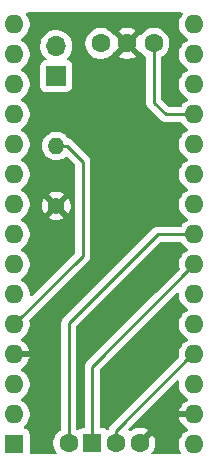
<source format=gbr>
%TF.GenerationSoftware,KiCad,Pcbnew,(5.99.0-3084-g09ad52a03)*%
%TF.CreationDate,2020-11-20T19:05:28+02:00*%
%TF.ProjectId,Arduino Nano rev 1,41726475-696e-46f2-904e-616e6f207265,rev?*%
%TF.SameCoordinates,Original*%
%TF.FileFunction,Copper,L1,Top*%
%TF.FilePolarity,Positive*%
%FSLAX46Y46*%
G04 Gerber Fmt 4.6, Leading zero omitted, Abs format (unit mm)*
G04 Created by KiCad (PCBNEW (5.99.0-3084-g09ad52a03)) date 2020-11-20 19:05:28*
%MOMM*%
%LPD*%
G01*
G04 APERTURE LIST*
%TA.AperFunction,ComponentPad*%
%ADD10C,1.600000*%
%TD*%
%TA.AperFunction,ComponentPad*%
%ADD11R,1.600000X1.600000*%
%TD*%
%TA.AperFunction,ComponentPad*%
%ADD12R,1.700000X1.700000*%
%TD*%
%TA.AperFunction,ComponentPad*%
%ADD13O,1.700000X1.700000*%
%TD*%
%TA.AperFunction,ComponentPad*%
%ADD14C,1.400000*%
%TD*%
%TA.AperFunction,ComponentPad*%
%ADD15O,1.400000X1.400000*%
%TD*%
%TA.AperFunction,ComponentPad*%
%ADD16O,1.600000X1.600000*%
%TD*%
%TA.AperFunction,ViaPad*%
%ADD17C,0.800000*%
%TD*%
%TA.AperFunction,Conductor*%
%ADD18C,0.250000*%
%TD*%
G04 APERTURE END LIST*
D10*
%TO.P,J1,1,Pin_1*%
%TO.N,/SDA*%
X133300000Y-108600000D03*
D11*
%TO.P,J1,2,Pin_2*%
%TO.N,/SCL*%
X135300000Y-108600000D03*
D10*
%TO.P,J1,3,Pin_3*%
%TO.N,+5V*%
X137300000Y-108600000D03*
%TO.P,J1,4,Pin_4*%
%TO.N,GND*%
X139300000Y-108600000D03*
%TD*%
D12*
%TO.P,SW,1,1*%
%TO.N,/SWITCH*%
X132250000Y-77500000D03*
D13*
%TO.P,SW,2,2*%
%TO.N,+5V*%
X132250000Y-74960000D03*
%TD*%
D10*
%TO.P,BAT_MON,1*%
%TO.N,/BAT_MON*%
X140500000Y-74750000D03*
%TD*%
%TO.P,GND,1*%
%TO.N,GND*%
X138250000Y-74750000D03*
%TD*%
%TO.P,VIN,1*%
%TO.N,VBUS*%
X136000000Y-74750000D03*
%TD*%
D14*
%TO.P,R,1*%
%TO.N,GND*%
X132250000Y-88500000D03*
D15*
%TO.P,R,2*%
%TO.N,/SWITCH*%
X132250000Y-83420000D03*
%TD*%
D11*
%TO.P,A1,1,D1/TX*%
%TO.N,Net-(A1-Pad1)*%
X128700000Y-108700000D03*
D16*
%TO.P,A1,2,D0/RX*%
%TO.N,Net-(A1-Pad2)*%
X128700000Y-106160000D03*
%TO.P,A1,3,~RESET*%
%TO.N,Net-(A1-Pad3)*%
X128700000Y-103620000D03*
%TO.P,A1,4,GND*%
%TO.N,GND*%
X128700000Y-101080000D03*
%TO.P,A1,5,D2*%
%TO.N,/SWITCH*%
X128700000Y-98540000D03*
%TO.P,A1,6,D3*%
%TO.N,Net-(A1-Pad6)*%
X128700000Y-96000000D03*
%TO.P,A1,7,D4*%
%TO.N,Net-(A1-Pad7)*%
X128700000Y-93460000D03*
%TO.P,A1,8,D5*%
%TO.N,Net-(A1-Pad8)*%
X128700000Y-90920000D03*
%TO.P,A1,9,D6*%
%TO.N,Net-(A1-Pad9)*%
X128700000Y-88380000D03*
%TO.P,A1,10,D7*%
%TO.N,Net-(A1-Pad10)*%
X128700000Y-85840000D03*
%TO.P,A1,11,D8*%
%TO.N,Net-(A1-Pad11)*%
X128700000Y-83300000D03*
%TO.P,A1,12,D9*%
%TO.N,Net-(A1-Pad12)*%
X128700000Y-80760000D03*
%TO.P,A1,13,D10*%
%TO.N,Net-(A1-Pad13)*%
X128700000Y-78220000D03*
%TO.P,A1,14,D11*%
%TO.N,Net-(A1-Pad14)*%
X128700000Y-75680000D03*
%TO.P,A1,15,D12*%
%TO.N,Net-(A1-Pad15)*%
X128700000Y-73140000D03*
%TO.P,A1,16,D13*%
%TO.N,Net-(A1-Pad16)*%
X143940000Y-73140000D03*
%TO.P,A1,17,3V3*%
%TO.N,Net-(A1-Pad17)*%
X143940000Y-75680000D03*
%TO.P,A1,18,AREF*%
%TO.N,Net-(A1-Pad18)*%
X143940000Y-78220000D03*
%TO.P,A1,19,A0*%
%TO.N,/BAT_MON*%
X143940000Y-80760000D03*
%TO.P,A1,20,A1*%
%TO.N,Net-(A1-Pad20)*%
X143940000Y-83300000D03*
%TO.P,A1,21,A2*%
%TO.N,Net-(A1-Pad21)*%
X143940000Y-85840000D03*
%TO.P,A1,22,A3*%
%TO.N,Net-(A1-Pad22)*%
X143940000Y-88380000D03*
%TO.P,A1,23,A4*%
%TO.N,/SDA*%
X143940000Y-90920000D03*
%TO.P,A1,24,A5*%
%TO.N,/SCL*%
X143940000Y-93460000D03*
%TO.P,A1,25,A6*%
%TO.N,Net-(A1-Pad25)*%
X143940000Y-96000000D03*
%TO.P,A1,26,A7*%
%TO.N,Net-(A1-Pad26)*%
X143940000Y-98540000D03*
%TO.P,A1,27,+5V*%
%TO.N,+5V*%
X143940000Y-101080000D03*
%TO.P,A1,28,~RESET*%
%TO.N,Net-(A1-Pad28)*%
X143940000Y-103620000D03*
%TO.P,A1,29,GND*%
%TO.N,GND*%
X143940000Y-106160000D03*
%TO.P,A1,30,VIN*%
%TO.N,VBUS*%
X143940000Y-108700000D03*
%TD*%
D17*
%TO.N,GND*%
X140500000Y-100250000D03*
X138500000Y-95750000D03*
%TD*%
D18*
%TO.N,VBUS*%
X143890000Y-108750000D02*
X143940000Y-108700000D01*
%TO.N,+5V*%
X137300000Y-107520000D02*
X143940000Y-100880000D01*
X137300000Y-108600000D02*
X137300000Y-107520000D01*
%TO.N,/SCL*%
X135300000Y-108600000D02*
X135300000Y-102100000D01*
X135300000Y-102100000D02*
X143940000Y-93460000D01*
%TO.N,/SDA*%
X140830000Y-90920000D02*
X133300000Y-98450000D01*
X133300000Y-98450000D02*
X133300000Y-108600000D01*
X143940000Y-90920000D02*
X140830000Y-90920000D01*
%TO.N,/SWITCH*%
X133170000Y-83420000D02*
X132250000Y-83420000D01*
X134500000Y-84750000D02*
X133170000Y-83420000D01*
X128700000Y-98540000D02*
X134500000Y-92740000D01*
X134500000Y-92740000D02*
X134500000Y-84750000D01*
%TO.N,/BAT_MON*%
X143930000Y-80750000D02*
X143940000Y-80760000D01*
X140500000Y-79750000D02*
X141500000Y-80750000D01*
X141500000Y-80750000D02*
X143930000Y-80750000D01*
X140500000Y-74750000D02*
X140500000Y-79750000D01*
%TO.N,GND*%
X143850000Y-106250000D02*
X143940000Y-106160000D01*
%TD*%
%TA.AperFunction,Conductor*%
%TO.N,GND*%
G36*
X142895553Y-72129002D02*
G01*
X142942046Y-72182658D01*
X142952150Y-72252932D01*
X142923953Y-72315991D01*
X142864459Y-72386893D01*
X142750022Y-72585104D01*
X142671743Y-72800170D01*
X142632000Y-73025566D01*
X142632000Y-73254434D01*
X142671743Y-73479830D01*
X142750022Y-73694896D01*
X142864456Y-73893103D01*
X143011572Y-74068428D01*
X143186897Y-74215544D01*
X143334706Y-74300881D01*
X143383699Y-74352263D01*
X143397135Y-74421977D01*
X143370749Y-74487888D01*
X143334706Y-74519119D01*
X143186897Y-74604456D01*
X143011572Y-74751572D01*
X142864456Y-74926897D01*
X142750022Y-75125104D01*
X142671743Y-75340170D01*
X142632000Y-75565566D01*
X142632000Y-75794434D01*
X142671743Y-76019830D01*
X142750022Y-76234896D01*
X142864456Y-76433103D01*
X143011572Y-76608428D01*
X143186897Y-76755544D01*
X143334706Y-76840881D01*
X143383699Y-76892263D01*
X143397135Y-76961977D01*
X143370749Y-77027888D01*
X143334706Y-77059119D01*
X143186897Y-77144456D01*
X143011572Y-77291572D01*
X142864456Y-77466897D01*
X142750022Y-77665104D01*
X142671743Y-77880170D01*
X142671743Y-77880172D01*
X142632000Y-78105565D01*
X142632000Y-78334435D01*
X142634745Y-78350000D01*
X142671743Y-78559830D01*
X142750022Y-78774896D01*
X142864456Y-78973103D01*
X143011572Y-79148428D01*
X143186897Y-79295544D01*
X143334706Y-79380881D01*
X143383699Y-79432263D01*
X143397135Y-79501977D01*
X143370749Y-79567888D01*
X143334706Y-79599119D01*
X143186897Y-79684456D01*
X143011572Y-79831572D01*
X142864456Y-80006897D01*
X142801466Y-80116000D01*
X141762612Y-80116000D01*
X141134000Y-79487390D01*
X141134000Y-75894307D01*
X141253105Y-75825543D01*
X141428428Y-75678429D01*
X141575544Y-75503103D01*
X141689978Y-75304896D01*
X141768257Y-75089830D01*
X141808000Y-74864434D01*
X141808000Y-74635566D01*
X141801260Y-74597338D01*
X141782337Y-74490022D01*
X141768257Y-74410170D01*
X141689978Y-74195104D01*
X141575544Y-73996897D01*
X141428428Y-73821572D01*
X141253103Y-73674456D01*
X141054896Y-73560022D01*
X140839830Y-73481743D01*
X140689566Y-73455248D01*
X140614435Y-73442000D01*
X140385565Y-73442000D01*
X140310434Y-73455248D01*
X140160170Y-73481743D01*
X139945104Y-73560022D01*
X139746897Y-73674456D01*
X139722538Y-73694896D01*
X139571572Y-73821572D01*
X139424457Y-73996896D01*
X139424456Y-73996898D01*
X139365863Y-74066726D01*
X139339004Y-74020207D01*
X138609210Y-74750000D01*
X139339004Y-75479793D01*
X139365863Y-75433274D01*
X139424456Y-75503102D01*
X139424457Y-75503104D01*
X139476869Y-75565566D01*
X139571572Y-75678428D01*
X139746897Y-75825544D01*
X139865998Y-75894307D01*
X139866000Y-75894308D01*
X139866001Y-79649585D01*
X139866001Y-79850415D01*
X139881614Y-79898467D01*
X139889516Y-79948360D01*
X139912449Y-79993367D01*
X139928061Y-80041417D01*
X139928062Y-80041419D01*
X139957758Y-80082292D01*
X139980691Y-80127301D01*
X140016417Y-80163027D01*
X140727823Y-80874434D01*
X141089882Y-81236494D01*
X141089889Y-81236500D01*
X141122699Y-81269310D01*
X141144777Y-81280559D01*
X141167713Y-81292246D01*
X141197406Y-81313818D01*
X141208583Y-81321939D01*
X141256626Y-81337549D01*
X141301641Y-81360485D01*
X141351533Y-81368388D01*
X141399583Y-81384000D01*
X142789919Y-81384000D01*
X142864456Y-81513103D01*
X143011572Y-81688428D01*
X143186897Y-81835544D01*
X143334706Y-81920881D01*
X143383699Y-81972263D01*
X143397135Y-82041977D01*
X143370749Y-82107888D01*
X143334706Y-82139119D01*
X143186897Y-82224456D01*
X143011572Y-82371572D01*
X142864456Y-82546897D01*
X142750022Y-82745104D01*
X142671743Y-82960170D01*
X142632000Y-83185566D01*
X142632000Y-83414434D01*
X142671743Y-83639830D01*
X142750022Y-83854896D01*
X142864456Y-84053103D01*
X143011572Y-84228428D01*
X143186897Y-84375544D01*
X143334706Y-84460881D01*
X143383699Y-84512263D01*
X143397135Y-84581977D01*
X143370749Y-84647888D01*
X143334706Y-84679119D01*
X143186897Y-84764456D01*
X143011572Y-84911572D01*
X142864456Y-85086897D01*
X142750022Y-85285104D01*
X142671743Y-85500170D01*
X142632000Y-85725566D01*
X142632000Y-85954434D01*
X142671743Y-86179830D01*
X142750022Y-86394896D01*
X142864456Y-86593103D01*
X143011572Y-86768428D01*
X143186897Y-86915544D01*
X143334706Y-87000881D01*
X143383699Y-87052263D01*
X143397135Y-87121977D01*
X143370749Y-87187888D01*
X143334706Y-87219119D01*
X143186897Y-87304456D01*
X143011572Y-87451572D01*
X142864456Y-87626897D01*
X142750022Y-87825104D01*
X142671743Y-88040170D01*
X142632000Y-88265566D01*
X142632000Y-88494434D01*
X142671743Y-88719830D01*
X142750022Y-88934896D01*
X142864456Y-89133103D01*
X143011572Y-89308428D01*
X143186897Y-89455544D01*
X143334706Y-89540881D01*
X143383699Y-89592263D01*
X143397135Y-89661977D01*
X143370749Y-89727888D01*
X143334706Y-89759119D01*
X143186897Y-89844456D01*
X143011571Y-89991572D01*
X142864457Y-90166895D01*
X142795693Y-90286000D01*
X140780109Y-90286000D01*
X140780103Y-90286001D01*
X140729584Y-90286001D01*
X140681540Y-90301611D01*
X140631641Y-90309515D01*
X140586622Y-90332453D01*
X140538582Y-90348062D01*
X140497719Y-90377751D01*
X140467705Y-90393044D01*
X140452699Y-90400690D01*
X140416972Y-90436417D01*
X132922701Y-97930689D01*
X132922699Y-97930690D01*
X132780690Y-98072700D01*
X132757754Y-98117715D01*
X132728061Y-98158583D01*
X132712450Y-98206630D01*
X132689515Y-98251641D01*
X132689515Y-98251642D01*
X132681612Y-98301538D01*
X132666001Y-98349585D01*
X132666001Y-98400104D01*
X132666000Y-98400110D01*
X132666001Y-107455692D01*
X132546897Y-107524456D01*
X132371572Y-107671572D01*
X132224456Y-107846897D01*
X132110022Y-108045104D01*
X132031743Y-108260170D01*
X131992000Y-108485566D01*
X131992000Y-108714434D01*
X132031743Y-108939830D01*
X132110022Y-109154896D01*
X132332939Y-109541000D01*
X130015837Y-109541000D01*
X130015837Y-107900001D01*
X129946728Y-107642081D01*
X129831574Y-107504845D01*
X129676428Y-107415272D01*
X129635214Y-107408005D01*
X129580988Y-107398443D01*
X129517376Y-107366917D01*
X129480907Y-107306003D01*
X129483159Y-107235042D01*
X129521876Y-107177837D01*
X129628427Y-107088429D01*
X129775544Y-106913103D01*
X129889978Y-106714896D01*
X129968257Y-106499830D01*
X130008000Y-106274434D01*
X130008000Y-106045566D01*
X129968257Y-105820170D01*
X129889978Y-105605104D01*
X129775544Y-105406897D01*
X129628428Y-105231572D01*
X129453103Y-105084456D01*
X129305294Y-104999119D01*
X129256301Y-104947737D01*
X129242865Y-104878023D01*
X129269251Y-104812112D01*
X129305294Y-104780881D01*
X129453103Y-104695544D01*
X129628428Y-104548428D01*
X129775544Y-104373103D01*
X129889978Y-104174896D01*
X129968257Y-103959830D01*
X130008000Y-103734434D01*
X130008000Y-103505566D01*
X129968257Y-103280170D01*
X129889978Y-103065104D01*
X129775544Y-102866897D01*
X129628428Y-102691572D01*
X129453103Y-102544456D01*
X129305294Y-102459119D01*
X129256301Y-102407737D01*
X129242865Y-102338023D01*
X129269251Y-102272112D01*
X129305294Y-102240881D01*
X129453103Y-102155544D01*
X129628428Y-102008428D01*
X129775544Y-101833103D01*
X129889978Y-101634896D01*
X129968256Y-101419830D01*
X129983390Y-101334000D01*
X128446000Y-101334000D01*
X128446000Y-100826000D01*
X129983390Y-100826000D01*
X129968256Y-100740170D01*
X129889978Y-100525104D01*
X129775544Y-100326897D01*
X129628428Y-100151572D01*
X129453103Y-100004456D01*
X129305294Y-99919119D01*
X129256301Y-99867737D01*
X129242865Y-99798023D01*
X129269251Y-99732112D01*
X129305294Y-99700881D01*
X129453103Y-99615544D01*
X129628428Y-99468428D01*
X129775544Y-99293103D01*
X129889978Y-99094896D01*
X129968257Y-98879830D01*
X130008000Y-98654434D01*
X130008000Y-98425565D01*
X129968257Y-98200172D01*
X129968256Y-98200170D01*
X129963487Y-98173123D01*
X133065039Y-95071572D01*
X134980093Y-93156520D01*
X134980094Y-93156518D01*
X134983584Y-93153028D01*
X134983587Y-93153023D01*
X135019310Y-93117301D01*
X135042246Y-93072286D01*
X135071939Y-93031418D01*
X135075842Y-93019406D01*
X135087550Y-92983372D01*
X135110485Y-92938359D01*
X135115752Y-92905104D01*
X135118389Y-92888459D01*
X135133999Y-92840415D01*
X135133999Y-92789897D01*
X135134000Y-92789891D01*
X135134000Y-84700109D01*
X135133999Y-84700103D01*
X135133999Y-84649585D01*
X135133448Y-84647888D01*
X135118388Y-84601537D01*
X135110485Y-84551641D01*
X135110485Y-84551640D01*
X135087550Y-84506629D01*
X135071939Y-84458582D01*
X135042246Y-84417714D01*
X135019310Y-84372699D01*
X134877301Y-84230690D01*
X133689311Y-83042701D01*
X133689309Y-83042697D01*
X133547302Y-82900690D01*
X133502282Y-82877750D01*
X133461419Y-82848061D01*
X133413377Y-82832452D01*
X133368360Y-82809515D01*
X133318456Y-82801610D01*
X133280531Y-82789288D01*
X133234961Y-82712233D01*
X133094060Y-82548998D01*
X133091466Y-82546897D01*
X133067277Y-82527310D01*
X132926479Y-82413293D01*
X132737515Y-82309409D01*
X132533142Y-82240630D01*
X132533139Y-82240629D01*
X132319821Y-82209129D01*
X132319818Y-82209129D01*
X132104288Y-82215902D01*
X131893364Y-82260736D01*
X131693712Y-82342212D01*
X131693709Y-82342214D01*
X131511643Y-82457756D01*
X131352918Y-82603711D01*
X131352915Y-82603715D01*
X131222541Y-82775476D01*
X131124644Y-82967610D01*
X131124643Y-82967613D01*
X131101973Y-83042701D01*
X131062318Y-83174043D01*
X131037534Y-83388250D01*
X131051074Y-83603462D01*
X131060007Y-83639830D01*
X131102509Y-83812873D01*
X131190217Y-84009868D01*
X131272589Y-84131074D01*
X131311423Y-84188216D01*
X131462296Y-84342283D01*
X131638068Y-84467197D01*
X131833181Y-84559011D01*
X132041470Y-84614821D01*
X132148911Y-84623843D01*
X132256349Y-84632865D01*
X132256351Y-84632865D01*
X132342223Y-84624748D01*
X132471033Y-84612572D01*
X132629748Y-84568257D01*
X132678723Y-84554583D01*
X132777929Y-84506625D01*
X132872864Y-84460732D01*
X133010710Y-84360581D01*
X133047319Y-84333983D01*
X133047320Y-84333982D01*
X133128437Y-84275047D01*
X133866001Y-85012612D01*
X133866000Y-92477388D01*
X130898286Y-95445104D01*
X130223095Y-96120295D01*
X130160783Y-96154320D01*
X130089968Y-96149256D01*
X130033132Y-96106709D01*
X130008000Y-96031200D01*
X130008000Y-95885566D01*
X129968257Y-95660170D01*
X129889978Y-95445104D01*
X129775544Y-95246897D01*
X129628428Y-95071572D01*
X129453103Y-94924456D01*
X129305294Y-94839119D01*
X129256301Y-94787737D01*
X129242865Y-94718023D01*
X129269251Y-94652112D01*
X129305294Y-94620881D01*
X129453103Y-94535544D01*
X129628428Y-94388428D01*
X129775544Y-94213103D01*
X129889978Y-94014896D01*
X129968257Y-93799830D01*
X130008000Y-93574434D01*
X130008000Y-93345566D01*
X129968257Y-93120170D01*
X129889978Y-92905104D01*
X129775544Y-92706897D01*
X129628428Y-92531572D01*
X129453103Y-92384456D01*
X129305294Y-92299119D01*
X129256301Y-92247737D01*
X129242865Y-92178023D01*
X129269251Y-92112112D01*
X129305294Y-92080881D01*
X129453103Y-91995544D01*
X129628428Y-91848428D01*
X129775544Y-91673103D01*
X129889978Y-91474896D01*
X129968257Y-91259830D01*
X130008000Y-91034434D01*
X130008000Y-90805566D01*
X129968257Y-90580170D01*
X129889978Y-90365104D01*
X129775544Y-90166897D01*
X129628428Y-89991572D01*
X129453103Y-89844456D01*
X129305294Y-89759119D01*
X129256301Y-89707737D01*
X129242865Y-89638023D01*
X129269251Y-89572112D01*
X129305294Y-89540881D01*
X129349080Y-89515601D01*
X131593608Y-89515601D01*
X131638066Y-89547197D01*
X131833178Y-89639010D01*
X132041472Y-89694821D01*
X132256349Y-89712865D01*
X132471033Y-89692572D01*
X132678722Y-89634583D01*
X132872865Y-89540732D01*
X132906838Y-89516049D01*
X132249999Y-88859210D01*
X131593608Y-89515601D01*
X129349080Y-89515601D01*
X129453103Y-89455544D01*
X129628428Y-89308428D01*
X129775544Y-89133103D01*
X129889978Y-88934896D01*
X129968257Y-88719830D01*
X130008000Y-88494434D01*
X130008000Y-88468251D01*
X131037534Y-88468251D01*
X131051074Y-88683460D01*
X131102509Y-88892873D01*
X131190217Y-89089868D01*
X131235011Y-89155780D01*
X131890791Y-88500000D01*
X132609209Y-88500000D01*
X133264824Y-89155615D01*
X133315900Y-89078739D01*
X133401541Y-88880836D01*
X133450782Y-88670898D01*
X133458080Y-88392183D01*
X133419893Y-88179953D01*
X133344729Y-87977841D01*
X133265440Y-87843769D01*
X132609209Y-88500000D01*
X131890791Y-88500000D01*
X131232779Y-87841988D01*
X131222542Y-87855475D01*
X131124643Y-88047613D01*
X131062318Y-88254042D01*
X131037534Y-88468251D01*
X130008000Y-88468251D01*
X130008000Y-88265566D01*
X129968257Y-88040170D01*
X129889978Y-87825104D01*
X129775544Y-87626897D01*
X129656662Y-87485219D01*
X131594428Y-87485219D01*
X132250000Y-88140791D01*
X132907779Y-87483012D01*
X132737519Y-87389411D01*
X132533139Y-87320629D01*
X132319821Y-87289129D01*
X132104289Y-87295902D01*
X131893364Y-87340736D01*
X131693709Y-87422214D01*
X131594428Y-87485219D01*
X129656662Y-87485219D01*
X129628428Y-87451572D01*
X129453103Y-87304456D01*
X129305294Y-87219119D01*
X129256301Y-87167737D01*
X129242865Y-87098023D01*
X129269251Y-87032112D01*
X129305294Y-87000881D01*
X129453103Y-86915544D01*
X129628428Y-86768428D01*
X129775544Y-86593103D01*
X129889978Y-86394896D01*
X129968257Y-86179830D01*
X130008000Y-85954434D01*
X130008000Y-85725566D01*
X129968257Y-85500170D01*
X129889978Y-85285104D01*
X129775544Y-85086897D01*
X129628428Y-84911572D01*
X129453103Y-84764456D01*
X129305294Y-84679119D01*
X129256301Y-84627737D01*
X129242865Y-84558023D01*
X129269251Y-84492112D01*
X129305294Y-84460881D01*
X129453103Y-84375544D01*
X129628428Y-84228428D01*
X129775544Y-84053103D01*
X129889978Y-83854896D01*
X129968257Y-83639830D01*
X130008000Y-83414434D01*
X130008000Y-83185566D01*
X129968257Y-82960170D01*
X129889978Y-82745104D01*
X129775544Y-82546897D01*
X129628428Y-82371572D01*
X129453103Y-82224456D01*
X129305294Y-82139119D01*
X129256301Y-82087737D01*
X129242865Y-82018023D01*
X129269251Y-81952112D01*
X129305294Y-81920881D01*
X129453103Y-81835544D01*
X129628428Y-81688428D01*
X129775544Y-81513103D01*
X129889978Y-81314896D01*
X129968257Y-81099830D01*
X130008000Y-80874434D01*
X130008000Y-80645566D01*
X129968257Y-80420170D01*
X129889978Y-80205104D01*
X129775544Y-80006897D01*
X129628428Y-79831572D01*
X129453103Y-79684456D01*
X129305294Y-79599119D01*
X129256301Y-79547737D01*
X129242865Y-79478023D01*
X129269251Y-79412112D01*
X129305294Y-79380881D01*
X129453103Y-79295544D01*
X129628428Y-79148428D01*
X129775544Y-78973103D01*
X129889978Y-78774896D01*
X129968257Y-78559830D01*
X130005255Y-78350000D01*
X130008000Y-78334435D01*
X130008000Y-78105565D01*
X129968257Y-77880172D01*
X129968257Y-77880170D01*
X129889978Y-77665104D01*
X129775544Y-77466897D01*
X129628428Y-77291572D01*
X129453103Y-77144456D01*
X129305294Y-77059119D01*
X129256301Y-77007737D01*
X129242865Y-76938023D01*
X129269251Y-76872112D01*
X129305294Y-76840881D01*
X129453103Y-76755544D01*
X129578883Y-76650001D01*
X130884163Y-76650001D01*
X130884163Y-78349999D01*
X130953272Y-78607919D01*
X131068426Y-78745155D01*
X131223572Y-78834728D01*
X131311787Y-78850283D01*
X131400000Y-78865837D01*
X133100000Y-78865837D01*
X133357919Y-78796728D01*
X133495155Y-78681574D01*
X133584728Y-78526428D01*
X133615837Y-78349999D01*
X133615837Y-76650001D01*
X133546728Y-76392081D01*
X133431574Y-76254845D01*
X133276428Y-76165272D01*
X133252444Y-76161043D01*
X133188831Y-76129515D01*
X133152362Y-76068601D01*
X133154615Y-75997640D01*
X133192661Y-75941003D01*
X133217918Y-75919508D01*
X133365747Y-75742706D01*
X133481673Y-75543525D01*
X133496786Y-75503104D01*
X133562383Y-75327660D01*
X133605567Y-75101280D01*
X133608030Y-74844773D01*
X133572270Y-74635566D01*
X134692000Y-74635566D01*
X134692000Y-74864434D01*
X134731743Y-75089830D01*
X134810022Y-75304896D01*
X134924456Y-75503103D01*
X135071572Y-75678428D01*
X135246897Y-75825544D01*
X135445104Y-75939978D01*
X135660170Y-76018257D01*
X135810434Y-76044752D01*
X135885565Y-76058000D01*
X136114435Y-76058000D01*
X136189566Y-76044752D01*
X136339830Y-76018257D01*
X136554896Y-75939978D01*
X136729792Y-75839002D01*
X137520209Y-75839002D01*
X137695103Y-75939978D01*
X137910170Y-76018257D01*
X138135566Y-76058000D01*
X138364434Y-76058000D01*
X138589830Y-76018257D01*
X138804897Y-75939978D01*
X138979791Y-75839002D01*
X138250000Y-75109210D01*
X137520209Y-75839002D01*
X136729792Y-75839002D01*
X136753103Y-75825544D01*
X136928428Y-75678428D01*
X137023131Y-75565566D01*
X137075543Y-75503104D01*
X137075544Y-75503102D01*
X137134137Y-75433274D01*
X137160996Y-75479793D01*
X137890790Y-74750000D01*
X137160996Y-74020207D01*
X137134137Y-74066726D01*
X137075544Y-73996898D01*
X137075543Y-73996896D01*
X136928428Y-73821572D01*
X136777462Y-73694896D01*
X136753103Y-73674456D01*
X136729793Y-73660998D01*
X137520209Y-73660998D01*
X138250000Y-74390790D01*
X138979791Y-73660998D01*
X138804897Y-73560022D01*
X138589830Y-73481743D01*
X138364434Y-73442000D01*
X138135566Y-73442000D01*
X137910170Y-73481743D01*
X137695103Y-73560022D01*
X137520209Y-73660998D01*
X136729793Y-73660998D01*
X136554896Y-73560022D01*
X136339830Y-73481743D01*
X136189566Y-73455248D01*
X136114435Y-73442000D01*
X135885565Y-73442000D01*
X135810434Y-73455248D01*
X135660170Y-73481743D01*
X135445104Y-73560022D01*
X135246897Y-73674456D01*
X135071572Y-73821572D01*
X134924456Y-73996897D01*
X134810022Y-74195104D01*
X134731743Y-74410170D01*
X134717663Y-74490022D01*
X134698741Y-74597338D01*
X134692000Y-74635566D01*
X133572270Y-74635566D01*
X133569198Y-74617600D01*
X133492649Y-74400226D01*
X133380569Y-74198860D01*
X133377550Y-74195104D01*
X133275700Y-74068428D01*
X133236158Y-74019247D01*
X133063558Y-73866544D01*
X132991025Y-73821572D01*
X132867688Y-73745100D01*
X132654159Y-73658395D01*
X132429074Y-73608907D01*
X132352339Y-73605288D01*
X132198871Y-73598050D01*
X132198869Y-73598050D01*
X131970126Y-73626137D01*
X131749386Y-73692362D01*
X131542959Y-73794833D01*
X131356749Y-73930620D01*
X131196080Y-74095839D01*
X131065545Y-74285768D01*
X130968878Y-74494975D01*
X130908842Y-74717479D01*
X130887154Y-74946917D01*
X130887154Y-74946920D01*
X130904432Y-75176728D01*
X130960186Y-75400345D01*
X131052820Y-75611369D01*
X131173529Y-75794434D01*
X131179684Y-75803769D01*
X131337152Y-75972043D01*
X131337154Y-75972045D01*
X131471048Y-76115126D01*
X131400001Y-76134163D01*
X131400000Y-76134163D01*
X131304037Y-76159876D01*
X131142081Y-76203272D01*
X131004845Y-76318426D01*
X130915272Y-76473572D01*
X130884163Y-76650001D01*
X129578883Y-76650001D01*
X129628428Y-76608428D01*
X129775544Y-76433103D01*
X129889978Y-76234896D01*
X129968257Y-76019830D01*
X130008000Y-75794434D01*
X130008000Y-75565566D01*
X129968257Y-75340170D01*
X129889978Y-75125104D01*
X129775544Y-74926897D01*
X129628428Y-74751572D01*
X129453103Y-74604456D01*
X129305294Y-74519119D01*
X129256301Y-74467737D01*
X129242865Y-74398023D01*
X129269251Y-74332112D01*
X129305294Y-74300881D01*
X129453103Y-74215544D01*
X129628428Y-74068428D01*
X129775544Y-73893103D01*
X129889978Y-73694896D01*
X129968257Y-73479830D01*
X130008000Y-73254434D01*
X130008000Y-73025566D01*
X129968257Y-72800170D01*
X129889978Y-72585104D01*
X129775541Y-72386893D01*
X129716047Y-72315991D01*
X129687582Y-72250951D01*
X129698799Y-72180846D01*
X129746137Y-72127935D01*
X129812568Y-72109000D01*
X142827432Y-72109000D01*
X142895553Y-72129002D01*
G37*
%TD.AperFunction*%
%TA.AperFunction,Conductor*%
G36*
X142572668Y-103248108D02*
G01*
X142629504Y-103290655D01*
X142652722Y-103388043D01*
X142632000Y-103505565D01*
X142632000Y-103734434D01*
X142671743Y-103959830D01*
X142750022Y-104174896D01*
X142864456Y-104373103D01*
X143011572Y-104548428D01*
X143186897Y-104695544D01*
X143334706Y-104780881D01*
X143383699Y-104832263D01*
X143397135Y-104901977D01*
X143370749Y-104967888D01*
X143334706Y-104999119D01*
X143186897Y-105084456D01*
X143011572Y-105231572D01*
X142864456Y-105406897D01*
X142750022Y-105605104D01*
X142671744Y-105820170D01*
X142656610Y-105906000D01*
X144194000Y-105906000D01*
X144194000Y-106414000D01*
X142656610Y-106414000D01*
X142671744Y-106499830D01*
X142750022Y-106714896D01*
X142864456Y-106913103D01*
X143011572Y-107088428D01*
X143186897Y-107235544D01*
X143334706Y-107320881D01*
X143383699Y-107372263D01*
X143397135Y-107441977D01*
X143370749Y-107507888D01*
X143334706Y-107539119D01*
X143186897Y-107624456D01*
X143011572Y-107771572D01*
X142864456Y-107946897D01*
X142750022Y-108145104D01*
X142671743Y-108360170D01*
X142632000Y-108585566D01*
X142632000Y-108814434D01*
X142671743Y-109039830D01*
X142750022Y-109254896D01*
X142806085Y-109352000D01*
X142822823Y-109420995D01*
X142799603Y-109488087D01*
X142743795Y-109531974D01*
X142696966Y-109541000D01*
X140267061Y-109541000D01*
X140489978Y-109154896D01*
X140568257Y-108939830D01*
X140608000Y-108714434D01*
X140608000Y-108485566D01*
X140568257Y-108260170D01*
X140489978Y-108045103D01*
X140389002Y-107870208D01*
X139300000Y-108959211D01*
X138940789Y-108600000D01*
X140029792Y-107510998D01*
X139854897Y-107410022D01*
X139639830Y-107331743D01*
X139414434Y-107292000D01*
X139185566Y-107292000D01*
X138960170Y-107331743D01*
X138745104Y-107410022D01*
X138537349Y-107529969D01*
X138535631Y-107526993D01*
X138487821Y-107547917D01*
X138417716Y-107536700D01*
X138364804Y-107489362D01*
X138345885Y-107420933D01*
X138382774Y-107333836D01*
X142439541Y-103277069D01*
X142501853Y-103243043D01*
X142572668Y-103248108D01*
G37*
%TD.AperFunction*%
%TA.AperFunction,Conductor*%
G36*
X142550032Y-95850745D02*
G01*
X142606868Y-95893292D01*
X142632000Y-95968801D01*
X142632000Y-96114434D01*
X142671743Y-96339830D01*
X142750022Y-96554896D01*
X142864456Y-96753103D01*
X143011572Y-96928428D01*
X143186897Y-97075544D01*
X143334706Y-97160881D01*
X143383699Y-97212263D01*
X143397135Y-97281977D01*
X143370749Y-97347888D01*
X143334706Y-97379119D01*
X143186897Y-97464456D01*
X143011572Y-97611572D01*
X142864456Y-97786897D01*
X142750022Y-97985104D01*
X142671743Y-98200170D01*
X142662667Y-98251642D01*
X142636489Y-98400110D01*
X142632000Y-98425566D01*
X142632000Y-98654434D01*
X142671743Y-98879830D01*
X142750022Y-99094896D01*
X142864456Y-99293103D01*
X143011572Y-99468428D01*
X143186897Y-99615544D01*
X143334706Y-99700881D01*
X143383699Y-99752263D01*
X143397135Y-99821977D01*
X143370749Y-99887888D01*
X143334706Y-99919119D01*
X143186897Y-100004456D01*
X143011572Y-100151572D01*
X142864456Y-100326897D01*
X142750022Y-100525104D01*
X142671743Y-100740170D01*
X142632000Y-100965566D01*
X142632000Y-101194438D01*
X142646531Y-101276858D01*
X136922700Y-107000690D01*
X136780692Y-107142698D01*
X136757758Y-107187708D01*
X136728062Y-107228581D01*
X136728061Y-107228583D01*
X136712449Y-107276633D01*
X136689516Y-107321640D01*
X136686359Y-107341575D01*
X136681614Y-107371533D01*
X136674259Y-107394169D01*
X136634187Y-107452775D01*
X136568791Y-107480412D01*
X136498834Y-107468307D01*
X136457904Y-107436225D01*
X136445921Y-107421944D01*
X136431574Y-107404846D01*
X136431573Y-107404845D01*
X136276428Y-107315272D01*
X136188214Y-107299718D01*
X136100000Y-107284163D01*
X135934000Y-107284163D01*
X135934000Y-102362610D01*
X142416905Y-95879706D01*
X142479217Y-95845680D01*
X142550032Y-95850745D01*
G37*
%TD.AperFunction*%
%TA.AperFunction,Conductor*%
G36*
X142864457Y-91673105D02*
G01*
X143011571Y-91848428D01*
X143186897Y-91995544D01*
X143334706Y-92080881D01*
X143383699Y-92132263D01*
X143397135Y-92201977D01*
X143370749Y-92267888D01*
X143334706Y-92299119D01*
X143186897Y-92384456D01*
X143011572Y-92531572D01*
X142864456Y-92706897D01*
X142750022Y-92905104D01*
X142671743Y-93120170D01*
X142632000Y-93345566D01*
X142632000Y-93574434D01*
X142676513Y-93826877D01*
X140657710Y-95845680D01*
X134780692Y-101722697D01*
X134757758Y-101767708D01*
X134728062Y-101808581D01*
X134728061Y-101808583D01*
X134712449Y-101856633D01*
X134689516Y-101901640D01*
X134689516Y-101901641D01*
X134681614Y-101951533D01*
X134666001Y-101999585D01*
X134666001Y-102050109D01*
X134666000Y-107284163D01*
X134500000Y-107284163D01*
X134242082Y-107353272D01*
X134195928Y-107392000D01*
X134140991Y-107438097D01*
X134075950Y-107466561D01*
X134005846Y-107455344D01*
X133952934Y-107408005D01*
X133934000Y-107341575D01*
X133934000Y-98712610D01*
X141092611Y-91554000D01*
X142795693Y-91554000D01*
X142864457Y-91673105D01*
G37*
%TD.AperFunction*%
%TD*%
M02*

</source>
